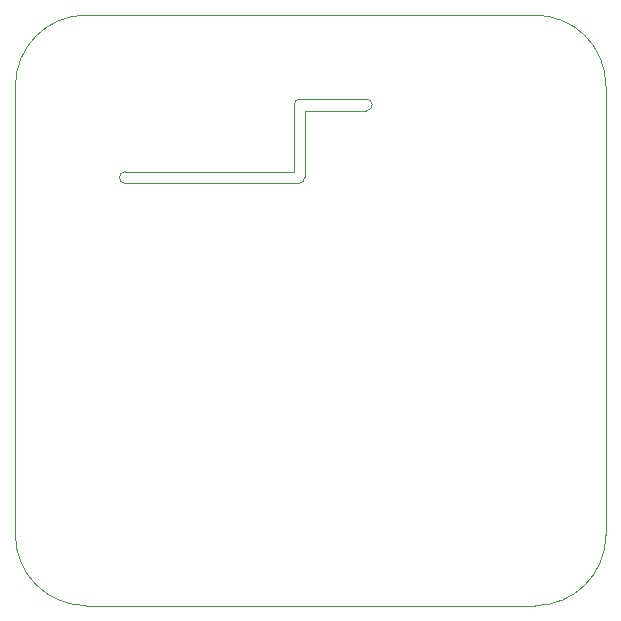
<source format=gm1>
G04 #@! TF.GenerationSoftware,KiCad,Pcbnew,(6.0.9)*
G04 #@! TF.CreationDate,2022-11-24T21:16:47+01:00*
G04 #@! TF.ProjectId,repeat-hw,72657065-6174-42d6-9877-2e6b69636164,rev?*
G04 #@! TF.SameCoordinates,Original*
G04 #@! TF.FileFunction,Profile,NP*
%FSLAX46Y46*%
G04 Gerber Fmt 4.6, Leading zero omitted, Abs format (unit mm)*
G04 Created by KiCad (PCBNEW (6.0.9)) date 2022-11-24 21:16:47*
%MOMM*%
%LPD*%
G01*
G04 APERTURE LIST*
G04 #@! TA.AperFunction,Profile*
%ADD10C,0.100000*%
G04 #@! TD*
G04 APERTURE END LIST*
D10*
X154900000Y-86700000D02*
G75*
G03*
X154400000Y-87200000I1J-500001D01*
G01*
X154800000Y-93850000D02*
G75*
G03*
X155300000Y-93350000I0J500000D01*
G01*
X160510000Y-87700000D02*
G75*
G03*
X160510000Y-86700000I0J500000D01*
G01*
X140100000Y-92850000D02*
G75*
G03*
X140100000Y-93850000I0J-500000D01*
G01*
X174800000Y-129600000D02*
G75*
G03*
X180800000Y-123600000I0J6000000D01*
G01*
X180800000Y-85600000D02*
G75*
G03*
X174800000Y-79600000I-6000000J0D01*
G01*
X140100000Y-92850000D02*
X154400000Y-92850000D01*
X140100000Y-93850000D02*
X154800000Y-93850000D01*
X130800000Y-85600000D02*
X130800000Y-123600000D01*
X180800000Y-123600000D02*
X180800000Y-85600000D01*
X155300000Y-93350000D02*
X155300000Y-87700000D01*
X130800000Y-123600000D02*
G75*
G03*
X136800000Y-129600000I6000000J0D01*
G01*
X136800000Y-79600000D02*
X174800000Y-79600000D01*
X160510000Y-86700000D02*
X154900000Y-86700000D01*
X174800000Y-129600000D02*
X136800000Y-129600000D01*
X154400000Y-87200000D02*
X154400000Y-92850000D01*
X155300000Y-87700000D02*
X160510000Y-87700000D01*
X136800000Y-79600000D02*
G75*
G03*
X130800000Y-85600000I0J-6000000D01*
G01*
M02*

</source>
